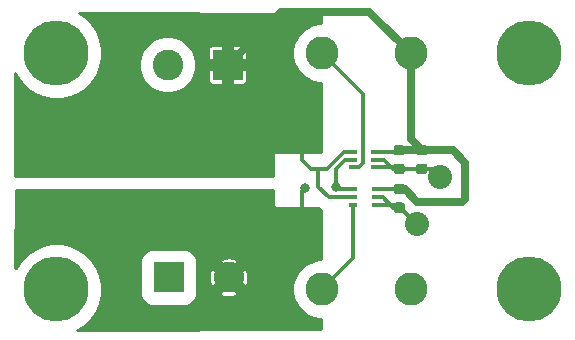
<source format=gtl>
%TF.GenerationSoftware,KiCad,Pcbnew,(5.1.6)-1*%
%TF.CreationDate,2020-08-13T16:19:10+01:00*%
%TF.ProjectId,current_sense,63757272-656e-4745-9f73-656e73652e6b,rev?*%
%TF.SameCoordinates,Original*%
%TF.FileFunction,Copper,L1,Top*%
%TF.FilePolarity,Positive*%
%FSLAX46Y46*%
G04 Gerber Fmt 4.6, Leading zero omitted, Abs format (unit mm)*
G04 Created by KiCad (PCBNEW (5.1.6)-1) date 2020-08-13 16:19:10*
%MOMM*%
%LPD*%
G01*
G04 APERTURE LIST*
%TA.AperFunction,ComponentPad*%
%ADD10C,2.800000*%
%TD*%
%TA.AperFunction,SMDPad,CuDef*%
%ADD11R,0.650000X0.400000*%
%TD*%
%TA.AperFunction,ComponentPad*%
%ADD12C,2.600000*%
%TD*%
%TA.AperFunction,ComponentPad*%
%ADD13R,2.600000X2.600000*%
%TD*%
%TA.AperFunction,ViaPad*%
%ADD14C,5.500000*%
%TD*%
%TA.AperFunction,ViaPad*%
%ADD15C,2.032000*%
%TD*%
%TA.AperFunction,ViaPad*%
%ADD16C,0.800000*%
%TD*%
%TA.AperFunction,Conductor*%
%ADD17C,0.304800*%
%TD*%
%TA.AperFunction,Conductor*%
%ADD18C,0.635000*%
%TD*%
%TA.AperFunction,Conductor*%
%ADD19C,0.254000*%
%TD*%
G04 APERTURE END LIST*
D10*
%TO.P,TP4,1*%
%TO.N,Net-(TP4-Pad1)*%
X130000000Y-100000000D03*
%TD*%
%TO.P,TP3,1*%
%TO.N,VDD*%
X137500000Y-80000000D03*
%TD*%
%TO.P,TP2,1*%
%TO.N,GND*%
X137500000Y-100000000D03*
%TD*%
%TO.P,TP1,1*%
%TO.N,Net-(TP1-Pad1)*%
X130000000Y-80000000D03*
%TD*%
D11*
%TO.P,U2,6*%
%TO.N,Net-(TP4-Pad1)*%
X132654000Y-92852000D03*
%TO.P,U2,4*%
%TO.N,/SENSE_N*%
X132654000Y-91552000D03*
%TO.P,U2,2*%
%TO.N,GND*%
X134554000Y-92202000D03*
%TO.P,U2,5*%
%TO.N,VDD*%
X132654000Y-92202000D03*
%TO.P,U2,3*%
X134554000Y-91552000D03*
%TO.P,U2,1*%
%TO.N,GND*%
X134554000Y-92852000D03*
%TD*%
%TO.P,C3,2*%
%TO.N,GND*%
%TA.AperFunction,SMDPad,CuDef*%
G36*
G01*
X136268750Y-92653500D02*
X136781250Y-92653500D01*
G75*
G02*
X137000000Y-92872250I0J-218750D01*
G01*
X137000000Y-93309750D01*
G75*
G02*
X136781250Y-93528500I-218750J0D01*
G01*
X136268750Y-93528500D01*
G75*
G02*
X136050000Y-93309750I0J218750D01*
G01*
X136050000Y-92872250D01*
G75*
G02*
X136268750Y-92653500I218750J0D01*
G01*
G37*
%TD.AperFunction*%
%TO.P,C3,1*%
%TO.N,VDD*%
%TA.AperFunction,SMDPad,CuDef*%
G36*
G01*
X136268750Y-91078500D02*
X136781250Y-91078500D01*
G75*
G02*
X137000000Y-91297250I0J-218750D01*
G01*
X137000000Y-91734750D01*
G75*
G02*
X136781250Y-91953500I-218750J0D01*
G01*
X136268750Y-91953500D01*
G75*
G02*
X136050000Y-91734750I0J218750D01*
G01*
X136050000Y-91297250D01*
G75*
G02*
X136268750Y-91078500I218750J0D01*
G01*
G37*
%TD.AperFunction*%
%TD*%
%TO.P,U1,6*%
%TO.N,Net-(TP1-Pad1)*%
X132611800Y-89677000D03*
%TO.P,U1,4*%
%TO.N,VDD*%
X132611800Y-88377000D03*
%TO.P,U1,2*%
%TO.N,GND*%
X134511800Y-89027000D03*
%TO.P,U1,5*%
%TO.N,/SENSE_N*%
X132611800Y-89027000D03*
%TO.P,U1,3*%
%TO.N,VDD*%
X134511800Y-88377000D03*
%TO.P,U1,1*%
%TO.N,GND*%
X134511800Y-89677000D03*
%TD*%
%TO.P,R1,2*%
%TO.N,VDD*%
%TA.AperFunction,SMDPad,CuDef*%
G36*
G01*
X129695001Y-88580000D02*
X126844999Y-88580000D01*
G75*
G02*
X126595000Y-88330001I0J249999D01*
G01*
X126595000Y-87479999D01*
G75*
G02*
X126844999Y-87230000I249999J0D01*
G01*
X129695001Y-87230000D01*
G75*
G02*
X129945000Y-87479999I0J-249999D01*
G01*
X129945000Y-88330001D01*
G75*
G02*
X129695001Y-88580000I-249999J0D01*
G01*
G37*
%TD.AperFunction*%
%TO.P,R1,1*%
%TO.N,/SENSE_N*%
%TA.AperFunction,SMDPad,CuDef*%
G36*
G01*
X129695001Y-94380000D02*
X126844999Y-94380000D01*
G75*
G02*
X126595000Y-94130001I0J249999D01*
G01*
X126595000Y-93279999D01*
G75*
G02*
X126844999Y-93030000I249999J0D01*
G01*
X129695001Y-93030000D01*
G75*
G02*
X129945000Y-93279999I0J-249999D01*
G01*
X129945000Y-94130001D01*
G75*
G02*
X129695001Y-94380000I-249999J0D01*
G01*
G37*
%TD.AperFunction*%
%TD*%
D12*
%TO.P,J2,2*%
%TO.N,/SENSE_N*%
X122080000Y-99000000D03*
D13*
%TO.P,J2,1*%
%TO.N,GND*%
X117000000Y-99000000D03*
%TD*%
D12*
%TO.P,J1,2*%
%TO.N,GND*%
X116920000Y-81000000D03*
D13*
%TO.P,J1,1*%
%TO.N,VDD*%
X122000000Y-81000000D03*
%TD*%
%TO.P,C2,2*%
%TO.N,GND*%
%TA.AperFunction,SMDPad,CuDef*%
G36*
G01*
X136268750Y-89377000D02*
X136781250Y-89377000D01*
G75*
G02*
X137000000Y-89595750I0J-218750D01*
G01*
X137000000Y-90033250D01*
G75*
G02*
X136781250Y-90252000I-218750J0D01*
G01*
X136268750Y-90252000D01*
G75*
G02*
X136050000Y-90033250I0J218750D01*
G01*
X136050000Y-89595750D01*
G75*
G02*
X136268750Y-89377000I218750J0D01*
G01*
G37*
%TD.AperFunction*%
%TO.P,C2,1*%
%TO.N,VDD*%
%TA.AperFunction,SMDPad,CuDef*%
G36*
G01*
X136268750Y-87802000D02*
X136781250Y-87802000D01*
G75*
G02*
X137000000Y-88020750I0J-218750D01*
G01*
X137000000Y-88458250D01*
G75*
G02*
X136781250Y-88677000I-218750J0D01*
G01*
X136268750Y-88677000D01*
G75*
G02*
X136050000Y-88458250I0J218750D01*
G01*
X136050000Y-88020750D01*
G75*
G02*
X136268750Y-87802000I218750J0D01*
G01*
G37*
%TD.AperFunction*%
%TD*%
%TO.P,C1,2*%
%TO.N,GND*%
%TA.AperFunction,SMDPad,CuDef*%
G36*
G01*
X138173750Y-89377000D02*
X138686250Y-89377000D01*
G75*
G02*
X138905000Y-89595750I0J-218750D01*
G01*
X138905000Y-90033250D01*
G75*
G02*
X138686250Y-90252000I-218750J0D01*
G01*
X138173750Y-90252000D01*
G75*
G02*
X137955000Y-90033250I0J218750D01*
G01*
X137955000Y-89595750D01*
G75*
G02*
X138173750Y-89377000I218750J0D01*
G01*
G37*
%TD.AperFunction*%
%TO.P,C1,1*%
%TO.N,VDD*%
%TA.AperFunction,SMDPad,CuDef*%
G36*
G01*
X138173750Y-87802000D02*
X138686250Y-87802000D01*
G75*
G02*
X138905000Y-88020750I0J-218750D01*
G01*
X138905000Y-88458250D01*
G75*
G02*
X138686250Y-88677000I-218750J0D01*
G01*
X138173750Y-88677000D01*
G75*
G02*
X137955000Y-88458250I0J218750D01*
G01*
X137955000Y-88020750D01*
G75*
G02*
X138173750Y-87802000I218750J0D01*
G01*
G37*
%TD.AperFunction*%
%TD*%
D14*
%TO.N,*%
X147500000Y-80000000D03*
X147500000Y-100000000D03*
X107500000Y-80000000D03*
X107500000Y-100000000D03*
D15*
%TO.N,GND*%
X140000000Y-90500000D03*
X138000000Y-94500000D03*
D16*
%TO.N,/SENSE_N*%
X128524000Y-91440000D03*
X131191000Y-91313000D03*
%TD*%
D17*
%TO.N,GND*%
X138430000Y-89814500D02*
X136525000Y-89814500D01*
X134511800Y-89027000D02*
X135255000Y-89027000D01*
X136042500Y-89814500D02*
X136525000Y-89814500D01*
X135255000Y-89027000D02*
X136042500Y-89814500D01*
X136387500Y-89677000D02*
X136525000Y-89814500D01*
X134511800Y-89677000D02*
X136387500Y-89677000D01*
X134554000Y-92202000D02*
X135128000Y-92202000D01*
X136017000Y-93091000D02*
X136525000Y-93091000D01*
X135128000Y-92202000D02*
X136017000Y-93091000D01*
X136286000Y-92852000D02*
X136525000Y-93091000D01*
X134554000Y-92852000D02*
X136286000Y-92852000D01*
X138430000Y-89814500D02*
X139314500Y-89814500D01*
X139314500Y-89814500D02*
X140000000Y-90500000D01*
X136525000Y-93091000D02*
X136591000Y-93091000D01*
X136591000Y-93091000D02*
X138000000Y-94500000D01*
D18*
%TO.N,VDD*%
X138430000Y-88239500D02*
X136525000Y-88239500D01*
D17*
X136387500Y-88377000D02*
X136525000Y-88239500D01*
X134511800Y-88377000D02*
X136387500Y-88377000D01*
X132611800Y-88377000D02*
X131841000Y-88377000D01*
X131841000Y-88377000D02*
X130429000Y-89789000D01*
X128270000Y-89027000D02*
X128270000Y-87905000D01*
X129032000Y-89789000D02*
X128270000Y-89027000D01*
X132654000Y-92202000D02*
X130556000Y-92202000D01*
X129667000Y-91313000D02*
X129667000Y-89789000D01*
X130556000Y-92202000D02*
X129667000Y-91313000D01*
X130429000Y-89789000D02*
X129667000Y-89789000D01*
X129667000Y-89789000D02*
X129032000Y-89789000D01*
X136489000Y-91552000D02*
X136525000Y-91516000D01*
X134554000Y-91552000D02*
X136489000Y-91552000D01*
D18*
X136982000Y-91516000D02*
X136525000Y-91516000D01*
X138049000Y-92583000D02*
X136982000Y-91516000D01*
X141071500Y-88239500D02*
X142113000Y-89281000D01*
X142113000Y-89281000D02*
X142113000Y-92329000D01*
X142113000Y-92329000D02*
X141859000Y-92583000D01*
X141859000Y-92583000D02*
X138049000Y-92583000D01*
X138430000Y-88239500D02*
X140360500Y-88239500D01*
X140360500Y-88239500D02*
X140817500Y-88239500D01*
X140817500Y-88239500D02*
X141071500Y-88239500D01*
D17*
X122000000Y-81000000D02*
X122000000Y-80500000D01*
D18*
X122000000Y-81000000D02*
X126500000Y-76500000D01*
X134000000Y-76500000D02*
X137500000Y-80000000D01*
X126500000Y-76500000D02*
X134000000Y-76500000D01*
X137500000Y-87309500D02*
X138430000Y-88239500D01*
X137500000Y-80000000D02*
X137500000Y-87309500D01*
D17*
%TO.N,/SENSE_N*%
X128270000Y-93705000D02*
X128270000Y-91694000D01*
X128270000Y-91694000D02*
X128524000Y-91440000D01*
X131191000Y-91313000D02*
X131191000Y-89789000D01*
X131953000Y-89027000D02*
X132611800Y-89027000D01*
X131191000Y-89789000D02*
X131953000Y-89027000D01*
X131430000Y-91552000D02*
X131191000Y-91313000D01*
X132654000Y-91552000D02*
X131430000Y-91552000D01*
%TO.N,Net-(TP1-Pad1)*%
X130000000Y-80000000D02*
X133500000Y-83500000D01*
X133121122Y-89677000D02*
X132611800Y-89677000D01*
X133500000Y-89298122D02*
X133121122Y-89677000D01*
X133500000Y-83500000D02*
X133500000Y-89298122D01*
%TO.N,Net-(TP4-Pad1)*%
X132654000Y-97346000D02*
X130000000Y-100000000D01*
X132654000Y-92852000D02*
X132654000Y-97346000D01*
%TD*%
D19*
%TO.N,/SENSE_N*%
G36*
X125873000Y-92964000D02*
G01*
X125875440Y-92988776D01*
X125882667Y-93012601D01*
X125894403Y-93034557D01*
X125910197Y-93053803D01*
X125929443Y-93069597D01*
X125951399Y-93081333D01*
X125975224Y-93088560D01*
X126000000Y-93091000D01*
X129500000Y-93091000D01*
X129503999Y-93090937D01*
X129627259Y-93087054D01*
X129646951Y-93111049D01*
X129695764Y-93151109D01*
X129695768Y-93151113D01*
X129841764Y-93270929D01*
X129873000Y-93287625D01*
X129873000Y-97473000D01*
X129751112Y-97473000D01*
X129262901Y-97570111D01*
X128803017Y-97760602D01*
X128389131Y-98037151D01*
X128037151Y-98389131D01*
X127760602Y-98803017D01*
X127570111Y-99262901D01*
X127473000Y-99751112D01*
X127473000Y-100248888D01*
X127570111Y-100737099D01*
X127760602Y-101196983D01*
X128037151Y-101610869D01*
X128389131Y-101962849D01*
X128803017Y-102239398D01*
X129262901Y-102429889D01*
X129751112Y-102527000D01*
X129873000Y-102527000D01*
X129873000Y-103373694D01*
X109212877Y-103486938D01*
X109336448Y-103435753D01*
X109971443Y-103011462D01*
X110511462Y-102471443D01*
X110935753Y-101836448D01*
X111228009Y-101130879D01*
X111377000Y-100381851D01*
X111377000Y-99618149D01*
X111228009Y-98869121D01*
X110935753Y-98163552D01*
X110626017Y-97700000D01*
X114567547Y-97700000D01*
X114567547Y-100300000D01*
X114589307Y-100520931D01*
X114653750Y-100733371D01*
X114758400Y-100929157D01*
X114899235Y-101100765D01*
X115070843Y-101241600D01*
X115266629Y-101346250D01*
X115479069Y-101410693D01*
X115700000Y-101432453D01*
X118300000Y-101432453D01*
X118520931Y-101410693D01*
X118733371Y-101346250D01*
X118929157Y-101241600D01*
X119100765Y-101100765D01*
X119241600Y-100929157D01*
X119346250Y-100733371D01*
X119410693Y-100520931D01*
X119426808Y-100357304D01*
X121250197Y-100357304D01*
X121415848Y-100548713D01*
X121730749Y-100648525D01*
X122059071Y-100684985D01*
X122388197Y-100656691D01*
X122705480Y-100564732D01*
X122744152Y-100548713D01*
X122909803Y-100357304D01*
X122080000Y-99527502D01*
X121250197Y-100357304D01*
X119426808Y-100357304D01*
X119432453Y-100300000D01*
X119432453Y-98979071D01*
X120395015Y-98979071D01*
X120423309Y-99308197D01*
X120515268Y-99625480D01*
X120531287Y-99664152D01*
X120722696Y-99829803D01*
X121552498Y-99000000D01*
X122607502Y-99000000D01*
X123437304Y-99829803D01*
X123628713Y-99664152D01*
X123728525Y-99349251D01*
X123764985Y-99020929D01*
X123736691Y-98691803D01*
X123644732Y-98374520D01*
X123628713Y-98335848D01*
X123437304Y-98170197D01*
X122607502Y-99000000D01*
X121552498Y-99000000D01*
X120722696Y-98170197D01*
X120531287Y-98335848D01*
X120431475Y-98650749D01*
X120395015Y-98979071D01*
X119432453Y-98979071D01*
X119432453Y-97700000D01*
X119426809Y-97642696D01*
X121250197Y-97642696D01*
X122080000Y-98472498D01*
X122909803Y-97642696D01*
X122744152Y-97451287D01*
X122429251Y-97351475D01*
X122100929Y-97315015D01*
X121771803Y-97343309D01*
X121454520Y-97435268D01*
X121415848Y-97451287D01*
X121250197Y-97642696D01*
X119426809Y-97642696D01*
X119410693Y-97479069D01*
X119346250Y-97266629D01*
X119241600Y-97070843D01*
X119100765Y-96899235D01*
X118929157Y-96758400D01*
X118733371Y-96653750D01*
X118520931Y-96589307D01*
X118300000Y-96567547D01*
X115700000Y-96567547D01*
X115479069Y-96589307D01*
X115266629Y-96653750D01*
X115070843Y-96758400D01*
X114899235Y-96899235D01*
X114758400Y-97070843D01*
X114653750Y-97266629D01*
X114589307Y-97479069D01*
X114567547Y-97700000D01*
X110626017Y-97700000D01*
X110511462Y-97528557D01*
X109971443Y-96988538D01*
X109336448Y-96564247D01*
X108630879Y-96271991D01*
X107881851Y-96123000D01*
X107118149Y-96123000D01*
X106369121Y-96271991D01*
X105663552Y-96564247D01*
X105028557Y-96988538D01*
X104488538Y-97528557D01*
X104064247Y-98163552D01*
X104034659Y-98234985D01*
X104077185Y-91627000D01*
X125873000Y-91627000D01*
X125873000Y-92964000D01*
G37*
X125873000Y-92964000D02*
X125875440Y-92988776D01*
X125882667Y-93012601D01*
X125894403Y-93034557D01*
X125910197Y-93053803D01*
X125929443Y-93069597D01*
X125951399Y-93081333D01*
X125975224Y-93088560D01*
X126000000Y-93091000D01*
X129500000Y-93091000D01*
X129503999Y-93090937D01*
X129627259Y-93087054D01*
X129646951Y-93111049D01*
X129695764Y-93151109D01*
X129695768Y-93151113D01*
X129841764Y-93270929D01*
X129873000Y-93287625D01*
X129873000Y-97473000D01*
X129751112Y-97473000D01*
X129262901Y-97570111D01*
X128803017Y-97760602D01*
X128389131Y-98037151D01*
X128037151Y-98389131D01*
X127760602Y-98803017D01*
X127570111Y-99262901D01*
X127473000Y-99751112D01*
X127473000Y-100248888D01*
X127570111Y-100737099D01*
X127760602Y-101196983D01*
X128037151Y-101610869D01*
X128389131Y-101962849D01*
X128803017Y-102239398D01*
X129262901Y-102429889D01*
X129751112Y-102527000D01*
X129873000Y-102527000D01*
X129873000Y-103373694D01*
X109212877Y-103486938D01*
X109336448Y-103435753D01*
X109971443Y-103011462D01*
X110511462Y-102471443D01*
X110935753Y-101836448D01*
X111228009Y-101130879D01*
X111377000Y-100381851D01*
X111377000Y-99618149D01*
X111228009Y-98869121D01*
X110935753Y-98163552D01*
X110626017Y-97700000D01*
X114567547Y-97700000D01*
X114567547Y-100300000D01*
X114589307Y-100520931D01*
X114653750Y-100733371D01*
X114758400Y-100929157D01*
X114899235Y-101100765D01*
X115070843Y-101241600D01*
X115266629Y-101346250D01*
X115479069Y-101410693D01*
X115700000Y-101432453D01*
X118300000Y-101432453D01*
X118520931Y-101410693D01*
X118733371Y-101346250D01*
X118929157Y-101241600D01*
X119100765Y-101100765D01*
X119241600Y-100929157D01*
X119346250Y-100733371D01*
X119410693Y-100520931D01*
X119426808Y-100357304D01*
X121250197Y-100357304D01*
X121415848Y-100548713D01*
X121730749Y-100648525D01*
X122059071Y-100684985D01*
X122388197Y-100656691D01*
X122705480Y-100564732D01*
X122744152Y-100548713D01*
X122909803Y-100357304D01*
X122080000Y-99527502D01*
X121250197Y-100357304D01*
X119426808Y-100357304D01*
X119432453Y-100300000D01*
X119432453Y-98979071D01*
X120395015Y-98979071D01*
X120423309Y-99308197D01*
X120515268Y-99625480D01*
X120531287Y-99664152D01*
X120722696Y-99829803D01*
X121552498Y-99000000D01*
X122607502Y-99000000D01*
X123437304Y-99829803D01*
X123628713Y-99664152D01*
X123728525Y-99349251D01*
X123764985Y-99020929D01*
X123736691Y-98691803D01*
X123644732Y-98374520D01*
X123628713Y-98335848D01*
X123437304Y-98170197D01*
X122607502Y-99000000D01*
X121552498Y-99000000D01*
X120722696Y-98170197D01*
X120531287Y-98335848D01*
X120431475Y-98650749D01*
X120395015Y-98979071D01*
X119432453Y-98979071D01*
X119432453Y-97700000D01*
X119426809Y-97642696D01*
X121250197Y-97642696D01*
X122080000Y-98472498D01*
X122909803Y-97642696D01*
X122744152Y-97451287D01*
X122429251Y-97351475D01*
X122100929Y-97315015D01*
X121771803Y-97343309D01*
X121454520Y-97435268D01*
X121415848Y-97451287D01*
X121250197Y-97642696D01*
X119426809Y-97642696D01*
X119410693Y-97479069D01*
X119346250Y-97266629D01*
X119241600Y-97070843D01*
X119100765Y-96899235D01*
X118929157Y-96758400D01*
X118733371Y-96653750D01*
X118520931Y-96589307D01*
X118300000Y-96567547D01*
X115700000Y-96567547D01*
X115479069Y-96589307D01*
X115266629Y-96653750D01*
X115070843Y-96758400D01*
X114899235Y-96899235D01*
X114758400Y-97070843D01*
X114653750Y-97266629D01*
X114589307Y-97479069D01*
X114567547Y-97700000D01*
X110626017Y-97700000D01*
X110511462Y-97528557D01*
X109971443Y-96988538D01*
X109336448Y-96564247D01*
X108630879Y-96271991D01*
X107881851Y-96123000D01*
X107118149Y-96123000D01*
X106369121Y-96271991D01*
X105663552Y-96564247D01*
X105028557Y-96988538D01*
X104488538Y-97528557D01*
X104064247Y-98163552D01*
X104034659Y-98234985D01*
X104077185Y-91627000D01*
X125873000Y-91627000D01*
X125873000Y-92964000D01*
%TO.N,VDD*%
G36*
X129873000Y-76730212D02*
G01*
X129873000Y-77473000D01*
X129751112Y-77473000D01*
X129262901Y-77570111D01*
X128803017Y-77760602D01*
X128389131Y-78037151D01*
X128037151Y-78389131D01*
X127760602Y-78803017D01*
X127570111Y-79262901D01*
X127473000Y-79751112D01*
X127473000Y-80248888D01*
X127570111Y-80737099D01*
X127760602Y-81196983D01*
X128037151Y-81610869D01*
X128389131Y-81962849D01*
X128803017Y-82239398D01*
X129262901Y-82429889D01*
X129751112Y-82527000D01*
X129873000Y-82527000D01*
X129873000Y-88373000D01*
X126000000Y-88373000D01*
X125975224Y-88375440D01*
X125951399Y-88382667D01*
X125929443Y-88394403D01*
X125910197Y-88410197D01*
X125894403Y-88429443D01*
X125882667Y-88451399D01*
X125875440Y-88475224D01*
X125873004Y-88498984D01*
X125858012Y-90373000D01*
X104013000Y-90373000D01*
X104013000Y-81712727D01*
X104064247Y-81836448D01*
X104488538Y-82471443D01*
X105028557Y-83011462D01*
X105663552Y-83435753D01*
X106369121Y-83728009D01*
X107118149Y-83877000D01*
X107881851Y-83877000D01*
X108630879Y-83728009D01*
X109336448Y-83435753D01*
X109971443Y-83011462D01*
X110511462Y-82471443D01*
X110935753Y-81836448D01*
X111228009Y-81130879D01*
X111301590Y-80760961D01*
X114493000Y-80760961D01*
X114493000Y-81239039D01*
X114586268Y-81707930D01*
X114769221Y-82149615D01*
X115034826Y-82547122D01*
X115372878Y-82885174D01*
X115770385Y-83150779D01*
X116212070Y-83333732D01*
X116680961Y-83427000D01*
X117159039Y-83427000D01*
X117627930Y-83333732D01*
X118069615Y-83150779D01*
X118467122Y-82885174D01*
X118805174Y-82547122D01*
X118970295Y-82300000D01*
X120321176Y-82300000D01*
X120328455Y-82373905D01*
X120350012Y-82444970D01*
X120385019Y-82510463D01*
X120432131Y-82567869D01*
X120489537Y-82614981D01*
X120555030Y-82649988D01*
X120626095Y-82671545D01*
X120700000Y-82678824D01*
X121532750Y-82677000D01*
X121627000Y-82582750D01*
X121627000Y-81373000D01*
X122373000Y-81373000D01*
X122373000Y-82582750D01*
X122467250Y-82677000D01*
X123300000Y-82678824D01*
X123373905Y-82671545D01*
X123444970Y-82649988D01*
X123510463Y-82614981D01*
X123567869Y-82567869D01*
X123614981Y-82510463D01*
X123649988Y-82444970D01*
X123671545Y-82373905D01*
X123678824Y-82300000D01*
X123677000Y-81467250D01*
X123582750Y-81373000D01*
X122373000Y-81373000D01*
X121627000Y-81373000D01*
X120417250Y-81373000D01*
X120323000Y-81467250D01*
X120321176Y-82300000D01*
X118970295Y-82300000D01*
X119070779Y-82149615D01*
X119253732Y-81707930D01*
X119347000Y-81239039D01*
X119347000Y-80760961D01*
X119253732Y-80292070D01*
X119070779Y-79850385D01*
X118970296Y-79700000D01*
X120321176Y-79700000D01*
X120323000Y-80532750D01*
X120417250Y-80627000D01*
X121627000Y-80627000D01*
X121627000Y-79417250D01*
X122373000Y-79417250D01*
X122373000Y-80627000D01*
X123582750Y-80627000D01*
X123677000Y-80532750D01*
X123678824Y-79700000D01*
X123671545Y-79626095D01*
X123649988Y-79555030D01*
X123614981Y-79489537D01*
X123567869Y-79432131D01*
X123510463Y-79385019D01*
X123444970Y-79350012D01*
X123373905Y-79328455D01*
X123300000Y-79321176D01*
X122467250Y-79323000D01*
X122373000Y-79417250D01*
X121627000Y-79417250D01*
X121532750Y-79323000D01*
X120700000Y-79321176D01*
X120626095Y-79328455D01*
X120555030Y-79350012D01*
X120489537Y-79385019D01*
X120432131Y-79432131D01*
X120385019Y-79489537D01*
X120350012Y-79555030D01*
X120328455Y-79626095D01*
X120321176Y-79700000D01*
X118970296Y-79700000D01*
X118805174Y-79452878D01*
X118467122Y-79114826D01*
X118069615Y-78849221D01*
X117627930Y-78666268D01*
X117159039Y-78573000D01*
X116680961Y-78573000D01*
X116212070Y-78666268D01*
X115770385Y-78849221D01*
X115372878Y-79114826D01*
X115034826Y-79452878D01*
X114769221Y-79850385D01*
X114586268Y-80292070D01*
X114493000Y-80760961D01*
X111301590Y-80760961D01*
X111377000Y-80381851D01*
X111377000Y-79618149D01*
X111228009Y-78869121D01*
X110935753Y-78163552D01*
X110511462Y-77528557D01*
X109971443Y-76988538D01*
X109393928Y-76602654D01*
X129873000Y-76730212D01*
G37*
X129873000Y-76730212D02*
X129873000Y-77473000D01*
X129751112Y-77473000D01*
X129262901Y-77570111D01*
X128803017Y-77760602D01*
X128389131Y-78037151D01*
X128037151Y-78389131D01*
X127760602Y-78803017D01*
X127570111Y-79262901D01*
X127473000Y-79751112D01*
X127473000Y-80248888D01*
X127570111Y-80737099D01*
X127760602Y-81196983D01*
X128037151Y-81610869D01*
X128389131Y-81962849D01*
X128803017Y-82239398D01*
X129262901Y-82429889D01*
X129751112Y-82527000D01*
X129873000Y-82527000D01*
X129873000Y-88373000D01*
X126000000Y-88373000D01*
X125975224Y-88375440D01*
X125951399Y-88382667D01*
X125929443Y-88394403D01*
X125910197Y-88410197D01*
X125894403Y-88429443D01*
X125882667Y-88451399D01*
X125875440Y-88475224D01*
X125873004Y-88498984D01*
X125858012Y-90373000D01*
X104013000Y-90373000D01*
X104013000Y-81712727D01*
X104064247Y-81836448D01*
X104488538Y-82471443D01*
X105028557Y-83011462D01*
X105663552Y-83435753D01*
X106369121Y-83728009D01*
X107118149Y-83877000D01*
X107881851Y-83877000D01*
X108630879Y-83728009D01*
X109336448Y-83435753D01*
X109971443Y-83011462D01*
X110511462Y-82471443D01*
X110935753Y-81836448D01*
X111228009Y-81130879D01*
X111301590Y-80760961D01*
X114493000Y-80760961D01*
X114493000Y-81239039D01*
X114586268Y-81707930D01*
X114769221Y-82149615D01*
X115034826Y-82547122D01*
X115372878Y-82885174D01*
X115770385Y-83150779D01*
X116212070Y-83333732D01*
X116680961Y-83427000D01*
X117159039Y-83427000D01*
X117627930Y-83333732D01*
X118069615Y-83150779D01*
X118467122Y-82885174D01*
X118805174Y-82547122D01*
X118970295Y-82300000D01*
X120321176Y-82300000D01*
X120328455Y-82373905D01*
X120350012Y-82444970D01*
X120385019Y-82510463D01*
X120432131Y-82567869D01*
X120489537Y-82614981D01*
X120555030Y-82649988D01*
X120626095Y-82671545D01*
X120700000Y-82678824D01*
X121532750Y-82677000D01*
X121627000Y-82582750D01*
X121627000Y-81373000D01*
X122373000Y-81373000D01*
X122373000Y-82582750D01*
X122467250Y-82677000D01*
X123300000Y-82678824D01*
X123373905Y-82671545D01*
X123444970Y-82649988D01*
X123510463Y-82614981D01*
X123567869Y-82567869D01*
X123614981Y-82510463D01*
X123649988Y-82444970D01*
X123671545Y-82373905D01*
X123678824Y-82300000D01*
X123677000Y-81467250D01*
X123582750Y-81373000D01*
X122373000Y-81373000D01*
X121627000Y-81373000D01*
X120417250Y-81373000D01*
X120323000Y-81467250D01*
X120321176Y-82300000D01*
X118970295Y-82300000D01*
X119070779Y-82149615D01*
X119253732Y-81707930D01*
X119347000Y-81239039D01*
X119347000Y-80760961D01*
X119253732Y-80292070D01*
X119070779Y-79850385D01*
X118970296Y-79700000D01*
X120321176Y-79700000D01*
X120323000Y-80532750D01*
X120417250Y-80627000D01*
X121627000Y-80627000D01*
X121627000Y-79417250D01*
X122373000Y-79417250D01*
X122373000Y-80627000D01*
X123582750Y-80627000D01*
X123677000Y-80532750D01*
X123678824Y-79700000D01*
X123671545Y-79626095D01*
X123649988Y-79555030D01*
X123614981Y-79489537D01*
X123567869Y-79432131D01*
X123510463Y-79385019D01*
X123444970Y-79350012D01*
X123373905Y-79328455D01*
X123300000Y-79321176D01*
X122467250Y-79323000D01*
X122373000Y-79417250D01*
X121627000Y-79417250D01*
X121532750Y-79323000D01*
X120700000Y-79321176D01*
X120626095Y-79328455D01*
X120555030Y-79350012D01*
X120489537Y-79385019D01*
X120432131Y-79432131D01*
X120385019Y-79489537D01*
X120350012Y-79555030D01*
X120328455Y-79626095D01*
X120321176Y-79700000D01*
X118970296Y-79700000D01*
X118805174Y-79452878D01*
X118467122Y-79114826D01*
X118069615Y-78849221D01*
X117627930Y-78666268D01*
X117159039Y-78573000D01*
X116680961Y-78573000D01*
X116212070Y-78666268D01*
X115770385Y-78849221D01*
X115372878Y-79114826D01*
X115034826Y-79452878D01*
X114769221Y-79850385D01*
X114586268Y-80292070D01*
X114493000Y-80760961D01*
X111301590Y-80760961D01*
X111377000Y-80381851D01*
X111377000Y-79618149D01*
X111228009Y-78869121D01*
X110935753Y-78163552D01*
X110511462Y-77528557D01*
X109971443Y-76988538D01*
X109393928Y-76602654D01*
X129873000Y-76730212D01*
%TD*%
M02*

</source>
